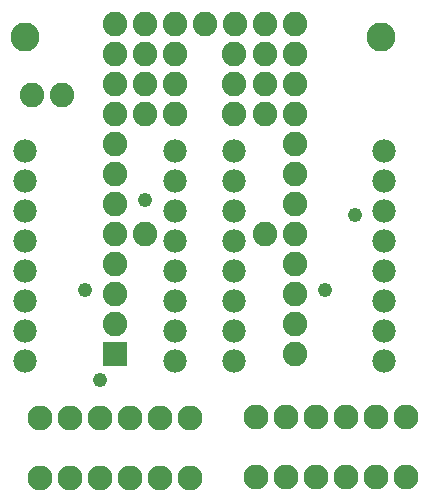
<source format=gts>
G75*
G70*
%OFA0B0*%
%FSLAX24Y24*%
%IPPOS*%
%LPD*%
%AMOC8*
5,1,8,0,0,1.08239X$1,22.5*
%
%ADD10C,0.0970*%
%ADD11C,0.0780*%
%ADD12C,0.0820*%
%ADD13C,0.0828*%
%ADD14R,0.0820X0.0820*%
%ADD15C,0.0480*%
D10*
X001807Y016709D03*
X013682Y016709D03*
D11*
X013771Y012888D03*
X013771Y011888D03*
X013771Y010888D03*
X013771Y009888D03*
X013771Y008888D03*
X013771Y007888D03*
X013771Y006888D03*
X013771Y005888D03*
X008771Y005888D03*
X008771Y006888D03*
X008771Y007888D03*
X008771Y008888D03*
X008771Y009888D03*
X008771Y010888D03*
X008771Y011888D03*
X008771Y012888D03*
X006800Y012883D03*
X006800Y011883D03*
X006800Y010883D03*
X006800Y009883D03*
X006800Y008883D03*
X006800Y007883D03*
X006800Y006883D03*
X006800Y005883D03*
X001800Y005883D03*
X001800Y006883D03*
X001800Y007883D03*
X001800Y008883D03*
X001800Y009883D03*
X001800Y010883D03*
X001800Y011883D03*
X001800Y012883D03*
D12*
X002050Y014758D03*
X003050Y014758D03*
X004800Y015133D03*
X004800Y016133D03*
X004800Y017133D03*
X005800Y017133D03*
X005800Y016133D03*
X005800Y015133D03*
X005800Y014133D03*
X004800Y014133D03*
X004800Y013133D03*
X004800Y012133D03*
X004800Y011133D03*
X004800Y010133D03*
X004800Y009133D03*
X004800Y008133D03*
X004800Y007133D03*
X005800Y010133D03*
X006800Y014133D03*
X006800Y015133D03*
X006800Y016133D03*
X006800Y017133D03*
X007800Y017133D03*
X008800Y017133D03*
X008776Y016135D03*
X008776Y015135D03*
X008776Y014135D03*
X009804Y014133D03*
X009804Y015133D03*
X009804Y016133D03*
X009800Y017133D03*
X010800Y017133D03*
X010800Y016133D03*
X010800Y015133D03*
X010800Y014133D03*
X010800Y013133D03*
X010800Y012133D03*
X010800Y011133D03*
X010800Y010133D03*
X010800Y009133D03*
X010800Y008133D03*
X010800Y007133D03*
X010800Y006133D03*
X009800Y010133D03*
D13*
X002300Y002008D03*
X003300Y002008D03*
X004300Y002008D03*
X005300Y002008D03*
X006300Y002008D03*
X007300Y002008D03*
X007300Y004008D03*
X006300Y004008D03*
X005300Y004008D03*
X004300Y004008D03*
X003300Y004008D03*
X002300Y004008D03*
X009530Y004013D03*
X010530Y004013D03*
X011530Y004013D03*
X012530Y004013D03*
X013530Y004013D03*
X014530Y004013D03*
X014530Y002013D03*
X013530Y002013D03*
X012530Y002013D03*
X011530Y002013D03*
X010530Y002013D03*
X009530Y002013D03*
D14*
X004800Y006133D03*
D15*
X004300Y005258D03*
X003800Y008258D03*
X005800Y011258D03*
X011800Y008258D03*
X012800Y010758D03*
M02*

</source>
